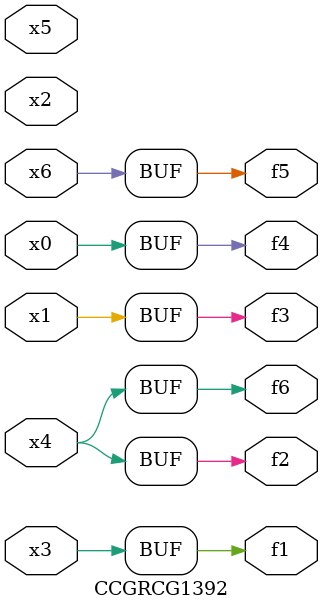
<source format=v>
module CCGRCG1392(
	input x0, x1, x2, x3, x4, x5, x6,
	output f1, f2, f3, f4, f5, f6
);
	assign f1 = x3;
	assign f2 = x4;
	assign f3 = x1;
	assign f4 = x0;
	assign f5 = x6;
	assign f6 = x4;
endmodule

</source>
